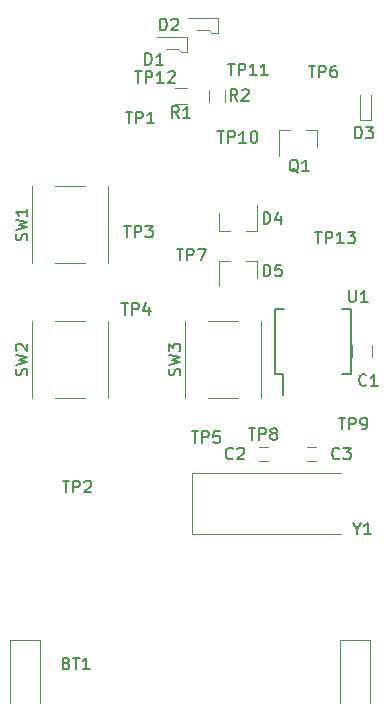
<source format=gbr>
%TF.GenerationSoftware,KiCad,Pcbnew,8.0.7+dfsg-2*%
%TF.CreationDate,2024-12-30T00:21:24+01:00*%
%TF.ProjectId,strobe-torch,7374726f-6265-42d7-946f-7263682e6b69,1.1*%
%TF.SameCoordinates,Original*%
%TF.FileFunction,Legend,Top*%
%TF.FilePolarity,Positive*%
%FSLAX46Y46*%
G04 Gerber Fmt 4.6, Leading zero omitted, Abs format (unit mm)*
G04 Created by KiCad (PCBNEW 8.0.7+dfsg-2) date 2024-12-30 00:21:24*
%MOMM*%
%LPD*%
G01*
G04 APERTURE LIST*
%ADD10C,0.150000*%
%ADD11C,0.120000*%
G04 APERTURE END LIST*
D10*
X146090200Y-98361332D02*
X146137819Y-98218475D01*
X146137819Y-98218475D02*
X146137819Y-97980380D01*
X146137819Y-97980380D02*
X146090200Y-97885142D01*
X146090200Y-97885142D02*
X146042580Y-97837523D01*
X146042580Y-97837523D02*
X145947342Y-97789904D01*
X145947342Y-97789904D02*
X145852104Y-97789904D01*
X145852104Y-97789904D02*
X145756866Y-97837523D01*
X145756866Y-97837523D02*
X145709247Y-97885142D01*
X145709247Y-97885142D02*
X145661628Y-97980380D01*
X145661628Y-97980380D02*
X145614009Y-98170856D01*
X145614009Y-98170856D02*
X145566390Y-98266094D01*
X145566390Y-98266094D02*
X145518771Y-98313713D01*
X145518771Y-98313713D02*
X145423533Y-98361332D01*
X145423533Y-98361332D02*
X145328295Y-98361332D01*
X145328295Y-98361332D02*
X145233057Y-98313713D01*
X145233057Y-98313713D02*
X145185438Y-98266094D01*
X145185438Y-98266094D02*
X145137819Y-98170856D01*
X145137819Y-98170856D02*
X145137819Y-97932761D01*
X145137819Y-97932761D02*
X145185438Y-97789904D01*
X145137819Y-97456570D02*
X146137819Y-97218475D01*
X146137819Y-97218475D02*
X145423533Y-97027999D01*
X145423533Y-97027999D02*
X146137819Y-96837523D01*
X146137819Y-96837523D02*
X145137819Y-96599428D01*
X145137819Y-96313713D02*
X145137819Y-95694666D01*
X145137819Y-95694666D02*
X145518771Y-96027999D01*
X145518771Y-96027999D02*
X145518771Y-95885142D01*
X145518771Y-95885142D02*
X145566390Y-95789904D01*
X145566390Y-95789904D02*
X145614009Y-95742285D01*
X145614009Y-95742285D02*
X145709247Y-95694666D01*
X145709247Y-95694666D02*
X145947342Y-95694666D01*
X145947342Y-95694666D02*
X146042580Y-95742285D01*
X146042580Y-95742285D02*
X146090200Y-95789904D01*
X146090200Y-95789904D02*
X146137819Y-95885142D01*
X146137819Y-95885142D02*
X146137819Y-96170856D01*
X146137819Y-96170856D02*
X146090200Y-96266094D01*
X146090200Y-96266094D02*
X146042580Y-96313713D01*
X133136200Y-98361332D02*
X133183819Y-98218475D01*
X133183819Y-98218475D02*
X133183819Y-97980380D01*
X133183819Y-97980380D02*
X133136200Y-97885142D01*
X133136200Y-97885142D02*
X133088580Y-97837523D01*
X133088580Y-97837523D02*
X132993342Y-97789904D01*
X132993342Y-97789904D02*
X132898104Y-97789904D01*
X132898104Y-97789904D02*
X132802866Y-97837523D01*
X132802866Y-97837523D02*
X132755247Y-97885142D01*
X132755247Y-97885142D02*
X132707628Y-97980380D01*
X132707628Y-97980380D02*
X132660009Y-98170856D01*
X132660009Y-98170856D02*
X132612390Y-98266094D01*
X132612390Y-98266094D02*
X132564771Y-98313713D01*
X132564771Y-98313713D02*
X132469533Y-98361332D01*
X132469533Y-98361332D02*
X132374295Y-98361332D01*
X132374295Y-98361332D02*
X132279057Y-98313713D01*
X132279057Y-98313713D02*
X132231438Y-98266094D01*
X132231438Y-98266094D02*
X132183819Y-98170856D01*
X132183819Y-98170856D02*
X132183819Y-97932761D01*
X132183819Y-97932761D02*
X132231438Y-97789904D01*
X132183819Y-97456570D02*
X133183819Y-97218475D01*
X133183819Y-97218475D02*
X132469533Y-97027999D01*
X132469533Y-97027999D02*
X133183819Y-96837523D01*
X133183819Y-96837523D02*
X132183819Y-96599428D01*
X132279057Y-96266094D02*
X132231438Y-96218475D01*
X132231438Y-96218475D02*
X132183819Y-96123237D01*
X132183819Y-96123237D02*
X132183819Y-95885142D01*
X132183819Y-95885142D02*
X132231438Y-95789904D01*
X132231438Y-95789904D02*
X132279057Y-95742285D01*
X132279057Y-95742285D02*
X132374295Y-95694666D01*
X132374295Y-95694666D02*
X132469533Y-95694666D01*
X132469533Y-95694666D02*
X132612390Y-95742285D01*
X132612390Y-95742285D02*
X133183819Y-96313713D01*
X133183819Y-96313713D02*
X133183819Y-95694666D01*
X133136200Y-86931332D02*
X133183819Y-86788475D01*
X133183819Y-86788475D02*
X133183819Y-86550380D01*
X133183819Y-86550380D02*
X133136200Y-86455142D01*
X133136200Y-86455142D02*
X133088580Y-86407523D01*
X133088580Y-86407523D02*
X132993342Y-86359904D01*
X132993342Y-86359904D02*
X132898104Y-86359904D01*
X132898104Y-86359904D02*
X132802866Y-86407523D01*
X132802866Y-86407523D02*
X132755247Y-86455142D01*
X132755247Y-86455142D02*
X132707628Y-86550380D01*
X132707628Y-86550380D02*
X132660009Y-86740856D01*
X132660009Y-86740856D02*
X132612390Y-86836094D01*
X132612390Y-86836094D02*
X132564771Y-86883713D01*
X132564771Y-86883713D02*
X132469533Y-86931332D01*
X132469533Y-86931332D02*
X132374295Y-86931332D01*
X132374295Y-86931332D02*
X132279057Y-86883713D01*
X132279057Y-86883713D02*
X132231438Y-86836094D01*
X132231438Y-86836094D02*
X132183819Y-86740856D01*
X132183819Y-86740856D02*
X132183819Y-86502761D01*
X132183819Y-86502761D02*
X132231438Y-86359904D01*
X132183819Y-86026570D02*
X133183819Y-85788475D01*
X133183819Y-85788475D02*
X132469533Y-85597999D01*
X132469533Y-85597999D02*
X133183819Y-85407523D01*
X133183819Y-85407523D02*
X132183819Y-85169428D01*
X133183819Y-84264666D02*
X133183819Y-84836094D01*
X133183819Y-84550380D02*
X132183819Y-84550380D01*
X132183819Y-84550380D02*
X132326676Y-84645618D01*
X132326676Y-84645618D02*
X132421914Y-84740856D01*
X132421914Y-84740856D02*
X132469533Y-84836094D01*
X144422905Y-69161819D02*
X144422905Y-68161819D01*
X144422905Y-68161819D02*
X144661000Y-68161819D01*
X144661000Y-68161819D02*
X144803857Y-68209438D01*
X144803857Y-68209438D02*
X144899095Y-68304676D01*
X144899095Y-68304676D02*
X144946714Y-68399914D01*
X144946714Y-68399914D02*
X144994333Y-68590390D01*
X144994333Y-68590390D02*
X144994333Y-68733247D01*
X144994333Y-68733247D02*
X144946714Y-68923723D01*
X144946714Y-68923723D02*
X144899095Y-69018961D01*
X144899095Y-69018961D02*
X144803857Y-69114200D01*
X144803857Y-69114200D02*
X144661000Y-69161819D01*
X144661000Y-69161819D02*
X144422905Y-69161819D01*
X145375286Y-68257057D02*
X145422905Y-68209438D01*
X145422905Y-68209438D02*
X145518143Y-68161819D01*
X145518143Y-68161819D02*
X145756238Y-68161819D01*
X145756238Y-68161819D02*
X145851476Y-68209438D01*
X145851476Y-68209438D02*
X145899095Y-68257057D01*
X145899095Y-68257057D02*
X145946714Y-68352295D01*
X145946714Y-68352295D02*
X145946714Y-68447533D01*
X145946714Y-68447533D02*
X145899095Y-68590390D01*
X145899095Y-68590390D02*
X145327667Y-69161819D01*
X145327667Y-69161819D02*
X145946714Y-69161819D01*
X143152905Y-72082819D02*
X143152905Y-71082819D01*
X143152905Y-71082819D02*
X143391000Y-71082819D01*
X143391000Y-71082819D02*
X143533857Y-71130438D01*
X143533857Y-71130438D02*
X143629095Y-71225676D01*
X143629095Y-71225676D02*
X143676714Y-71320914D01*
X143676714Y-71320914D02*
X143724333Y-71511390D01*
X143724333Y-71511390D02*
X143724333Y-71654247D01*
X143724333Y-71654247D02*
X143676714Y-71844723D01*
X143676714Y-71844723D02*
X143629095Y-71939961D01*
X143629095Y-71939961D02*
X143533857Y-72035200D01*
X143533857Y-72035200D02*
X143391000Y-72082819D01*
X143391000Y-72082819D02*
X143152905Y-72082819D01*
X144676714Y-72082819D02*
X144105286Y-72082819D01*
X144391000Y-72082819D02*
X144391000Y-71082819D01*
X144391000Y-71082819D02*
X144295762Y-71225676D01*
X144295762Y-71225676D02*
X144200524Y-71320914D01*
X144200524Y-71320914D02*
X144105286Y-71368533D01*
X136501285Y-122740009D02*
X136644142Y-122787628D01*
X136644142Y-122787628D02*
X136691761Y-122835247D01*
X136691761Y-122835247D02*
X136739380Y-122930485D01*
X136739380Y-122930485D02*
X136739380Y-123073342D01*
X136739380Y-123073342D02*
X136691761Y-123168580D01*
X136691761Y-123168580D02*
X136644142Y-123216200D01*
X136644142Y-123216200D02*
X136548904Y-123263819D01*
X136548904Y-123263819D02*
X136167952Y-123263819D01*
X136167952Y-123263819D02*
X136167952Y-122263819D01*
X136167952Y-122263819D02*
X136501285Y-122263819D01*
X136501285Y-122263819D02*
X136596523Y-122311438D01*
X136596523Y-122311438D02*
X136644142Y-122359057D01*
X136644142Y-122359057D02*
X136691761Y-122454295D01*
X136691761Y-122454295D02*
X136691761Y-122549533D01*
X136691761Y-122549533D02*
X136644142Y-122644771D01*
X136644142Y-122644771D02*
X136596523Y-122692390D01*
X136596523Y-122692390D02*
X136501285Y-122740009D01*
X136501285Y-122740009D02*
X136167952Y-122740009D01*
X137025095Y-122263819D02*
X137596523Y-122263819D01*
X137310809Y-123263819D02*
X137310809Y-122263819D01*
X138453666Y-123263819D02*
X137882238Y-123263819D01*
X138167952Y-123263819D02*
X138167952Y-122263819D01*
X138167952Y-122263819D02*
X138072714Y-122406676D01*
X138072714Y-122406676D02*
X137977476Y-122501914D01*
X137977476Y-122501914D02*
X137882238Y-122549533D01*
X160401095Y-91148819D02*
X160401095Y-91958342D01*
X160401095Y-91958342D02*
X160448714Y-92053580D01*
X160448714Y-92053580D02*
X160496333Y-92101200D01*
X160496333Y-92101200D02*
X160591571Y-92148819D01*
X160591571Y-92148819D02*
X160782047Y-92148819D01*
X160782047Y-92148819D02*
X160877285Y-92101200D01*
X160877285Y-92101200D02*
X160924904Y-92053580D01*
X160924904Y-92053580D02*
X160972523Y-91958342D01*
X160972523Y-91958342D02*
X160972523Y-91148819D01*
X161972523Y-92148819D02*
X161401095Y-92148819D01*
X161686809Y-92148819D02*
X161686809Y-91148819D01*
X161686809Y-91148819D02*
X161591571Y-91291676D01*
X161591571Y-91291676D02*
X161496333Y-91386914D01*
X161496333Y-91386914D02*
X161401095Y-91434533D01*
X157519905Y-86195819D02*
X158091333Y-86195819D01*
X157805619Y-87195819D02*
X157805619Y-86195819D01*
X158424667Y-87195819D02*
X158424667Y-86195819D01*
X158424667Y-86195819D02*
X158805619Y-86195819D01*
X158805619Y-86195819D02*
X158900857Y-86243438D01*
X158900857Y-86243438D02*
X158948476Y-86291057D01*
X158948476Y-86291057D02*
X158996095Y-86386295D01*
X158996095Y-86386295D02*
X158996095Y-86529152D01*
X158996095Y-86529152D02*
X158948476Y-86624390D01*
X158948476Y-86624390D02*
X158900857Y-86672009D01*
X158900857Y-86672009D02*
X158805619Y-86719628D01*
X158805619Y-86719628D02*
X158424667Y-86719628D01*
X159948476Y-87195819D02*
X159377048Y-87195819D01*
X159662762Y-87195819D02*
X159662762Y-86195819D01*
X159662762Y-86195819D02*
X159567524Y-86338676D01*
X159567524Y-86338676D02*
X159472286Y-86433914D01*
X159472286Y-86433914D02*
X159377048Y-86481533D01*
X160281810Y-86195819D02*
X160900857Y-86195819D01*
X160900857Y-86195819D02*
X160567524Y-86576771D01*
X160567524Y-86576771D02*
X160710381Y-86576771D01*
X160710381Y-86576771D02*
X160805619Y-86624390D01*
X160805619Y-86624390D02*
X160853238Y-86672009D01*
X160853238Y-86672009D02*
X160900857Y-86767247D01*
X160900857Y-86767247D02*
X160900857Y-87005342D01*
X160900857Y-87005342D02*
X160853238Y-87100580D01*
X160853238Y-87100580D02*
X160805619Y-87148200D01*
X160805619Y-87148200D02*
X160710381Y-87195819D01*
X160710381Y-87195819D02*
X160424667Y-87195819D01*
X160424667Y-87195819D02*
X160329429Y-87148200D01*
X160329429Y-87148200D02*
X160281810Y-87100580D01*
X153185905Y-89989819D02*
X153185905Y-88989819D01*
X153185905Y-88989819D02*
X153424000Y-88989819D01*
X153424000Y-88989819D02*
X153566857Y-89037438D01*
X153566857Y-89037438D02*
X153662095Y-89132676D01*
X153662095Y-89132676D02*
X153709714Y-89227914D01*
X153709714Y-89227914D02*
X153757333Y-89418390D01*
X153757333Y-89418390D02*
X153757333Y-89561247D01*
X153757333Y-89561247D02*
X153709714Y-89751723D01*
X153709714Y-89751723D02*
X153662095Y-89846961D01*
X153662095Y-89846961D02*
X153566857Y-89942200D01*
X153566857Y-89942200D02*
X153424000Y-89989819D01*
X153424000Y-89989819D02*
X153185905Y-89989819D01*
X154662095Y-88989819D02*
X154185905Y-88989819D01*
X154185905Y-88989819D02*
X154138286Y-89466009D01*
X154138286Y-89466009D02*
X154185905Y-89418390D01*
X154185905Y-89418390D02*
X154281143Y-89370771D01*
X154281143Y-89370771D02*
X154519238Y-89370771D01*
X154519238Y-89370771D02*
X154614476Y-89418390D01*
X154614476Y-89418390D02*
X154662095Y-89466009D01*
X154662095Y-89466009D02*
X154709714Y-89561247D01*
X154709714Y-89561247D02*
X154709714Y-89799342D01*
X154709714Y-89799342D02*
X154662095Y-89894580D01*
X154662095Y-89894580D02*
X154614476Y-89942200D01*
X154614476Y-89942200D02*
X154519238Y-89989819D01*
X154519238Y-89989819D02*
X154281143Y-89989819D01*
X154281143Y-89989819D02*
X154185905Y-89942200D01*
X154185905Y-89942200D02*
X154138286Y-89894580D01*
X153185905Y-85544819D02*
X153185905Y-84544819D01*
X153185905Y-84544819D02*
X153424000Y-84544819D01*
X153424000Y-84544819D02*
X153566857Y-84592438D01*
X153566857Y-84592438D02*
X153662095Y-84687676D01*
X153662095Y-84687676D02*
X153709714Y-84782914D01*
X153709714Y-84782914D02*
X153757333Y-84973390D01*
X153757333Y-84973390D02*
X153757333Y-85116247D01*
X153757333Y-85116247D02*
X153709714Y-85306723D01*
X153709714Y-85306723D02*
X153662095Y-85401961D01*
X153662095Y-85401961D02*
X153566857Y-85497200D01*
X153566857Y-85497200D02*
X153424000Y-85544819D01*
X153424000Y-85544819D02*
X153185905Y-85544819D01*
X154614476Y-84878152D02*
X154614476Y-85544819D01*
X154376381Y-84497200D02*
X154138286Y-85211485D01*
X154138286Y-85211485D02*
X154757333Y-85211485D01*
X161067809Y-111357628D02*
X161067809Y-111833819D01*
X160734476Y-110833819D02*
X161067809Y-111357628D01*
X161067809Y-111357628D02*
X161401142Y-110833819D01*
X162258285Y-111833819D02*
X161686857Y-111833819D01*
X161972571Y-111833819D02*
X161972571Y-110833819D01*
X161972571Y-110833819D02*
X161877333Y-110976676D01*
X161877333Y-110976676D02*
X161782095Y-111071914D01*
X161782095Y-111071914D02*
X161686857Y-111119533D01*
X159599333Y-105388580D02*
X159551714Y-105436200D01*
X159551714Y-105436200D02*
X159408857Y-105483819D01*
X159408857Y-105483819D02*
X159313619Y-105483819D01*
X159313619Y-105483819D02*
X159170762Y-105436200D01*
X159170762Y-105436200D02*
X159075524Y-105340961D01*
X159075524Y-105340961D02*
X159027905Y-105245723D01*
X159027905Y-105245723D02*
X158980286Y-105055247D01*
X158980286Y-105055247D02*
X158980286Y-104912390D01*
X158980286Y-104912390D02*
X159027905Y-104721914D01*
X159027905Y-104721914D02*
X159075524Y-104626676D01*
X159075524Y-104626676D02*
X159170762Y-104531438D01*
X159170762Y-104531438D02*
X159313619Y-104483819D01*
X159313619Y-104483819D02*
X159408857Y-104483819D01*
X159408857Y-104483819D02*
X159551714Y-104531438D01*
X159551714Y-104531438D02*
X159599333Y-104579057D01*
X159932667Y-104483819D02*
X160551714Y-104483819D01*
X160551714Y-104483819D02*
X160218381Y-104864771D01*
X160218381Y-104864771D02*
X160361238Y-104864771D01*
X160361238Y-104864771D02*
X160456476Y-104912390D01*
X160456476Y-104912390D02*
X160504095Y-104960009D01*
X160504095Y-104960009D02*
X160551714Y-105055247D01*
X160551714Y-105055247D02*
X160551714Y-105293342D01*
X160551714Y-105293342D02*
X160504095Y-105388580D01*
X160504095Y-105388580D02*
X160456476Y-105436200D01*
X160456476Y-105436200D02*
X160361238Y-105483819D01*
X160361238Y-105483819D02*
X160075524Y-105483819D01*
X160075524Y-105483819D02*
X159980286Y-105436200D01*
X159980286Y-105436200D02*
X159932667Y-105388580D01*
X160932905Y-78305819D02*
X160932905Y-77305819D01*
X160932905Y-77305819D02*
X161171000Y-77305819D01*
X161171000Y-77305819D02*
X161313857Y-77353438D01*
X161313857Y-77353438D02*
X161409095Y-77448676D01*
X161409095Y-77448676D02*
X161456714Y-77543914D01*
X161456714Y-77543914D02*
X161504333Y-77734390D01*
X161504333Y-77734390D02*
X161504333Y-77877247D01*
X161504333Y-77877247D02*
X161456714Y-78067723D01*
X161456714Y-78067723D02*
X161409095Y-78162961D01*
X161409095Y-78162961D02*
X161313857Y-78258200D01*
X161313857Y-78258200D02*
X161171000Y-78305819D01*
X161171000Y-78305819D02*
X160932905Y-78305819D01*
X161837667Y-77305819D02*
X162456714Y-77305819D01*
X162456714Y-77305819D02*
X162123381Y-77686771D01*
X162123381Y-77686771D02*
X162266238Y-77686771D01*
X162266238Y-77686771D02*
X162361476Y-77734390D01*
X162361476Y-77734390D02*
X162409095Y-77782009D01*
X162409095Y-77782009D02*
X162456714Y-77877247D01*
X162456714Y-77877247D02*
X162456714Y-78115342D01*
X162456714Y-78115342D02*
X162409095Y-78210580D01*
X162409095Y-78210580D02*
X162361476Y-78258200D01*
X162361476Y-78258200D02*
X162266238Y-78305819D01*
X162266238Y-78305819D02*
X161980524Y-78305819D01*
X161980524Y-78305819D02*
X161885286Y-78258200D01*
X161885286Y-78258200D02*
X161837667Y-78210580D01*
X146010333Y-76580819D02*
X145677000Y-76104628D01*
X145438905Y-76580819D02*
X145438905Y-75580819D01*
X145438905Y-75580819D02*
X145819857Y-75580819D01*
X145819857Y-75580819D02*
X145915095Y-75628438D01*
X145915095Y-75628438D02*
X145962714Y-75676057D01*
X145962714Y-75676057D02*
X146010333Y-75771295D01*
X146010333Y-75771295D02*
X146010333Y-75914152D01*
X146010333Y-75914152D02*
X145962714Y-76009390D01*
X145962714Y-76009390D02*
X145915095Y-76057009D01*
X145915095Y-76057009D02*
X145819857Y-76104628D01*
X145819857Y-76104628D02*
X145438905Y-76104628D01*
X146962714Y-76580819D02*
X146391286Y-76580819D01*
X146677000Y-76580819D02*
X146677000Y-75580819D01*
X146677000Y-75580819D02*
X146581762Y-75723676D01*
X146581762Y-75723676D02*
X146486524Y-75818914D01*
X146486524Y-75818914D02*
X146391286Y-75866533D01*
X150963333Y-75130819D02*
X150630000Y-74654628D01*
X150391905Y-75130819D02*
X150391905Y-74130819D01*
X150391905Y-74130819D02*
X150772857Y-74130819D01*
X150772857Y-74130819D02*
X150868095Y-74178438D01*
X150868095Y-74178438D02*
X150915714Y-74226057D01*
X150915714Y-74226057D02*
X150963333Y-74321295D01*
X150963333Y-74321295D02*
X150963333Y-74464152D01*
X150963333Y-74464152D02*
X150915714Y-74559390D01*
X150915714Y-74559390D02*
X150868095Y-74607009D01*
X150868095Y-74607009D02*
X150772857Y-74654628D01*
X150772857Y-74654628D02*
X150391905Y-74654628D01*
X151344286Y-74226057D02*
X151391905Y-74178438D01*
X151391905Y-74178438D02*
X151487143Y-74130819D01*
X151487143Y-74130819D02*
X151725238Y-74130819D01*
X151725238Y-74130819D02*
X151820476Y-74178438D01*
X151820476Y-74178438D02*
X151868095Y-74226057D01*
X151868095Y-74226057D02*
X151915714Y-74321295D01*
X151915714Y-74321295D02*
X151915714Y-74416533D01*
X151915714Y-74416533D02*
X151868095Y-74559390D01*
X151868095Y-74559390D02*
X151296667Y-75130819D01*
X151296667Y-75130819D02*
X151915714Y-75130819D01*
X141486095Y-76035819D02*
X142057523Y-76035819D01*
X141771809Y-77035819D02*
X141771809Y-76035819D01*
X142390857Y-77035819D02*
X142390857Y-76035819D01*
X142390857Y-76035819D02*
X142771809Y-76035819D01*
X142771809Y-76035819D02*
X142867047Y-76083438D01*
X142867047Y-76083438D02*
X142914666Y-76131057D01*
X142914666Y-76131057D02*
X142962285Y-76226295D01*
X142962285Y-76226295D02*
X142962285Y-76369152D01*
X142962285Y-76369152D02*
X142914666Y-76464390D01*
X142914666Y-76464390D02*
X142867047Y-76512009D01*
X142867047Y-76512009D02*
X142771809Y-76559628D01*
X142771809Y-76559628D02*
X142390857Y-76559628D01*
X143914666Y-77035819D02*
X143343238Y-77035819D01*
X143628952Y-77035819D02*
X143628952Y-76035819D01*
X143628952Y-76035819D02*
X143533714Y-76178676D01*
X143533714Y-76178676D02*
X143438476Y-76273914D01*
X143438476Y-76273914D02*
X143343238Y-76321533D01*
X141359095Y-85687819D02*
X141930523Y-85687819D01*
X141644809Y-86687819D02*
X141644809Y-85687819D01*
X142263857Y-86687819D02*
X142263857Y-85687819D01*
X142263857Y-85687819D02*
X142644809Y-85687819D01*
X142644809Y-85687819D02*
X142740047Y-85735438D01*
X142740047Y-85735438D02*
X142787666Y-85783057D01*
X142787666Y-85783057D02*
X142835285Y-85878295D01*
X142835285Y-85878295D02*
X142835285Y-86021152D01*
X142835285Y-86021152D02*
X142787666Y-86116390D01*
X142787666Y-86116390D02*
X142740047Y-86164009D01*
X142740047Y-86164009D02*
X142644809Y-86211628D01*
X142644809Y-86211628D02*
X142263857Y-86211628D01*
X143168619Y-85687819D02*
X143787666Y-85687819D01*
X143787666Y-85687819D02*
X143454333Y-86068771D01*
X143454333Y-86068771D02*
X143597190Y-86068771D01*
X143597190Y-86068771D02*
X143692428Y-86116390D01*
X143692428Y-86116390D02*
X143740047Y-86164009D01*
X143740047Y-86164009D02*
X143787666Y-86259247D01*
X143787666Y-86259247D02*
X143787666Y-86497342D01*
X143787666Y-86497342D02*
X143740047Y-86592580D01*
X143740047Y-86592580D02*
X143692428Y-86640200D01*
X143692428Y-86640200D02*
X143597190Y-86687819D01*
X143597190Y-86687819D02*
X143311476Y-86687819D01*
X143311476Y-86687819D02*
X143216238Y-86640200D01*
X143216238Y-86640200D02*
X143168619Y-86592580D01*
X141138095Y-92232819D02*
X141709523Y-92232819D01*
X141423809Y-93232819D02*
X141423809Y-92232819D01*
X142042857Y-93232819D02*
X142042857Y-92232819D01*
X142042857Y-92232819D02*
X142423809Y-92232819D01*
X142423809Y-92232819D02*
X142519047Y-92280438D01*
X142519047Y-92280438D02*
X142566666Y-92328057D01*
X142566666Y-92328057D02*
X142614285Y-92423295D01*
X142614285Y-92423295D02*
X142614285Y-92566152D01*
X142614285Y-92566152D02*
X142566666Y-92661390D01*
X142566666Y-92661390D02*
X142519047Y-92709009D01*
X142519047Y-92709009D02*
X142423809Y-92756628D01*
X142423809Y-92756628D02*
X142042857Y-92756628D01*
X143471428Y-92566152D02*
X143471428Y-93232819D01*
X143233333Y-92185200D02*
X142995238Y-92899485D01*
X142995238Y-92899485D02*
X143614285Y-92899485D01*
X147074095Y-103086819D02*
X147645523Y-103086819D01*
X147359809Y-104086819D02*
X147359809Y-103086819D01*
X147978857Y-104086819D02*
X147978857Y-103086819D01*
X147978857Y-103086819D02*
X148359809Y-103086819D01*
X148359809Y-103086819D02*
X148455047Y-103134438D01*
X148455047Y-103134438D02*
X148502666Y-103182057D01*
X148502666Y-103182057D02*
X148550285Y-103277295D01*
X148550285Y-103277295D02*
X148550285Y-103420152D01*
X148550285Y-103420152D02*
X148502666Y-103515390D01*
X148502666Y-103515390D02*
X148455047Y-103563009D01*
X148455047Y-103563009D02*
X148359809Y-103610628D01*
X148359809Y-103610628D02*
X147978857Y-103610628D01*
X149455047Y-103086819D02*
X148978857Y-103086819D01*
X148978857Y-103086819D02*
X148931238Y-103563009D01*
X148931238Y-103563009D02*
X148978857Y-103515390D01*
X148978857Y-103515390D02*
X149074095Y-103467771D01*
X149074095Y-103467771D02*
X149312190Y-103467771D01*
X149312190Y-103467771D02*
X149407428Y-103515390D01*
X149407428Y-103515390D02*
X149455047Y-103563009D01*
X149455047Y-103563009D02*
X149502666Y-103658247D01*
X149502666Y-103658247D02*
X149502666Y-103896342D01*
X149502666Y-103896342D02*
X149455047Y-103991580D01*
X149455047Y-103991580D02*
X149407428Y-104039200D01*
X149407428Y-104039200D02*
X149312190Y-104086819D01*
X149312190Y-104086819D02*
X149074095Y-104086819D01*
X149074095Y-104086819D02*
X148978857Y-104039200D01*
X148978857Y-104039200D02*
X148931238Y-103991580D01*
X156980095Y-72130819D02*
X157551523Y-72130819D01*
X157265809Y-73130819D02*
X157265809Y-72130819D01*
X157884857Y-73130819D02*
X157884857Y-72130819D01*
X157884857Y-72130819D02*
X158265809Y-72130819D01*
X158265809Y-72130819D02*
X158361047Y-72178438D01*
X158361047Y-72178438D02*
X158408666Y-72226057D01*
X158408666Y-72226057D02*
X158456285Y-72321295D01*
X158456285Y-72321295D02*
X158456285Y-72464152D01*
X158456285Y-72464152D02*
X158408666Y-72559390D01*
X158408666Y-72559390D02*
X158361047Y-72607009D01*
X158361047Y-72607009D02*
X158265809Y-72654628D01*
X158265809Y-72654628D02*
X157884857Y-72654628D01*
X159313428Y-72130819D02*
X159122952Y-72130819D01*
X159122952Y-72130819D02*
X159027714Y-72178438D01*
X159027714Y-72178438D02*
X158980095Y-72226057D01*
X158980095Y-72226057D02*
X158884857Y-72368914D01*
X158884857Y-72368914D02*
X158837238Y-72559390D01*
X158837238Y-72559390D02*
X158837238Y-72940342D01*
X158837238Y-72940342D02*
X158884857Y-73035580D01*
X158884857Y-73035580D02*
X158932476Y-73083200D01*
X158932476Y-73083200D02*
X159027714Y-73130819D01*
X159027714Y-73130819D02*
X159218190Y-73130819D01*
X159218190Y-73130819D02*
X159313428Y-73083200D01*
X159313428Y-73083200D02*
X159361047Y-73035580D01*
X159361047Y-73035580D02*
X159408666Y-72940342D01*
X159408666Y-72940342D02*
X159408666Y-72702247D01*
X159408666Y-72702247D02*
X159361047Y-72607009D01*
X159361047Y-72607009D02*
X159313428Y-72559390D01*
X159313428Y-72559390D02*
X159218190Y-72511771D01*
X159218190Y-72511771D02*
X159027714Y-72511771D01*
X159027714Y-72511771D02*
X158932476Y-72559390D01*
X158932476Y-72559390D02*
X158884857Y-72607009D01*
X158884857Y-72607009D02*
X158837238Y-72702247D01*
X145804095Y-87624819D02*
X146375523Y-87624819D01*
X146089809Y-88624819D02*
X146089809Y-87624819D01*
X146708857Y-88624819D02*
X146708857Y-87624819D01*
X146708857Y-87624819D02*
X147089809Y-87624819D01*
X147089809Y-87624819D02*
X147185047Y-87672438D01*
X147185047Y-87672438D02*
X147232666Y-87720057D01*
X147232666Y-87720057D02*
X147280285Y-87815295D01*
X147280285Y-87815295D02*
X147280285Y-87958152D01*
X147280285Y-87958152D02*
X147232666Y-88053390D01*
X147232666Y-88053390D02*
X147185047Y-88101009D01*
X147185047Y-88101009D02*
X147089809Y-88148628D01*
X147089809Y-88148628D02*
X146708857Y-88148628D01*
X147613619Y-87624819D02*
X148280285Y-87624819D01*
X148280285Y-87624819D02*
X147851714Y-88624819D01*
X151900095Y-102832819D02*
X152471523Y-102832819D01*
X152185809Y-103832819D02*
X152185809Y-102832819D01*
X152804857Y-103832819D02*
X152804857Y-102832819D01*
X152804857Y-102832819D02*
X153185809Y-102832819D01*
X153185809Y-102832819D02*
X153281047Y-102880438D01*
X153281047Y-102880438D02*
X153328666Y-102928057D01*
X153328666Y-102928057D02*
X153376285Y-103023295D01*
X153376285Y-103023295D02*
X153376285Y-103166152D01*
X153376285Y-103166152D02*
X153328666Y-103261390D01*
X153328666Y-103261390D02*
X153281047Y-103309009D01*
X153281047Y-103309009D02*
X153185809Y-103356628D01*
X153185809Y-103356628D02*
X152804857Y-103356628D01*
X153947714Y-103261390D02*
X153852476Y-103213771D01*
X153852476Y-103213771D02*
X153804857Y-103166152D01*
X153804857Y-103166152D02*
X153757238Y-103070914D01*
X153757238Y-103070914D02*
X153757238Y-103023295D01*
X153757238Y-103023295D02*
X153804857Y-102928057D01*
X153804857Y-102928057D02*
X153852476Y-102880438D01*
X153852476Y-102880438D02*
X153947714Y-102832819D01*
X153947714Y-102832819D02*
X154138190Y-102832819D01*
X154138190Y-102832819D02*
X154233428Y-102880438D01*
X154233428Y-102880438D02*
X154281047Y-102928057D01*
X154281047Y-102928057D02*
X154328666Y-103023295D01*
X154328666Y-103023295D02*
X154328666Y-103070914D01*
X154328666Y-103070914D02*
X154281047Y-103166152D01*
X154281047Y-103166152D02*
X154233428Y-103213771D01*
X154233428Y-103213771D02*
X154138190Y-103261390D01*
X154138190Y-103261390D02*
X153947714Y-103261390D01*
X153947714Y-103261390D02*
X153852476Y-103309009D01*
X153852476Y-103309009D02*
X153804857Y-103356628D01*
X153804857Y-103356628D02*
X153757238Y-103451866D01*
X153757238Y-103451866D02*
X153757238Y-103642342D01*
X153757238Y-103642342D02*
X153804857Y-103737580D01*
X153804857Y-103737580D02*
X153852476Y-103785200D01*
X153852476Y-103785200D02*
X153947714Y-103832819D01*
X153947714Y-103832819D02*
X154138190Y-103832819D01*
X154138190Y-103832819D02*
X154233428Y-103785200D01*
X154233428Y-103785200D02*
X154281047Y-103737580D01*
X154281047Y-103737580D02*
X154328666Y-103642342D01*
X154328666Y-103642342D02*
X154328666Y-103451866D01*
X154328666Y-103451866D02*
X154281047Y-103356628D01*
X154281047Y-103356628D02*
X154233428Y-103309009D01*
X154233428Y-103309009D02*
X154138190Y-103261390D01*
X159520095Y-101943819D02*
X160091523Y-101943819D01*
X159805809Y-102943819D02*
X159805809Y-101943819D01*
X160424857Y-102943819D02*
X160424857Y-101943819D01*
X160424857Y-101943819D02*
X160805809Y-101943819D01*
X160805809Y-101943819D02*
X160901047Y-101991438D01*
X160901047Y-101991438D02*
X160948666Y-102039057D01*
X160948666Y-102039057D02*
X160996285Y-102134295D01*
X160996285Y-102134295D02*
X160996285Y-102277152D01*
X160996285Y-102277152D02*
X160948666Y-102372390D01*
X160948666Y-102372390D02*
X160901047Y-102420009D01*
X160901047Y-102420009D02*
X160805809Y-102467628D01*
X160805809Y-102467628D02*
X160424857Y-102467628D01*
X161472476Y-102943819D02*
X161662952Y-102943819D01*
X161662952Y-102943819D02*
X161758190Y-102896200D01*
X161758190Y-102896200D02*
X161805809Y-102848580D01*
X161805809Y-102848580D02*
X161901047Y-102705723D01*
X161901047Y-102705723D02*
X161948666Y-102515247D01*
X161948666Y-102515247D02*
X161948666Y-102134295D01*
X161948666Y-102134295D02*
X161901047Y-102039057D01*
X161901047Y-102039057D02*
X161853428Y-101991438D01*
X161853428Y-101991438D02*
X161758190Y-101943819D01*
X161758190Y-101943819D02*
X161567714Y-101943819D01*
X161567714Y-101943819D02*
X161472476Y-101991438D01*
X161472476Y-101991438D02*
X161424857Y-102039057D01*
X161424857Y-102039057D02*
X161377238Y-102134295D01*
X161377238Y-102134295D02*
X161377238Y-102372390D01*
X161377238Y-102372390D02*
X161424857Y-102467628D01*
X161424857Y-102467628D02*
X161472476Y-102515247D01*
X161472476Y-102515247D02*
X161567714Y-102562866D01*
X161567714Y-102562866D02*
X161758190Y-102562866D01*
X161758190Y-102562866D02*
X161853428Y-102515247D01*
X161853428Y-102515247D02*
X161901047Y-102467628D01*
X161901047Y-102467628D02*
X161948666Y-102372390D01*
X149264905Y-77686819D02*
X149836333Y-77686819D01*
X149550619Y-78686819D02*
X149550619Y-77686819D01*
X150169667Y-78686819D02*
X150169667Y-77686819D01*
X150169667Y-77686819D02*
X150550619Y-77686819D01*
X150550619Y-77686819D02*
X150645857Y-77734438D01*
X150645857Y-77734438D02*
X150693476Y-77782057D01*
X150693476Y-77782057D02*
X150741095Y-77877295D01*
X150741095Y-77877295D02*
X150741095Y-78020152D01*
X150741095Y-78020152D02*
X150693476Y-78115390D01*
X150693476Y-78115390D02*
X150645857Y-78163009D01*
X150645857Y-78163009D02*
X150550619Y-78210628D01*
X150550619Y-78210628D02*
X150169667Y-78210628D01*
X151693476Y-78686819D02*
X151122048Y-78686819D01*
X151407762Y-78686819D02*
X151407762Y-77686819D01*
X151407762Y-77686819D02*
X151312524Y-77829676D01*
X151312524Y-77829676D02*
X151217286Y-77924914D01*
X151217286Y-77924914D02*
X151122048Y-77972533D01*
X152312524Y-77686819D02*
X152407762Y-77686819D01*
X152407762Y-77686819D02*
X152503000Y-77734438D01*
X152503000Y-77734438D02*
X152550619Y-77782057D01*
X152550619Y-77782057D02*
X152598238Y-77877295D01*
X152598238Y-77877295D02*
X152645857Y-78067771D01*
X152645857Y-78067771D02*
X152645857Y-78305866D01*
X152645857Y-78305866D02*
X152598238Y-78496342D01*
X152598238Y-78496342D02*
X152550619Y-78591580D01*
X152550619Y-78591580D02*
X152503000Y-78639200D01*
X152503000Y-78639200D02*
X152407762Y-78686819D01*
X152407762Y-78686819D02*
X152312524Y-78686819D01*
X152312524Y-78686819D02*
X152217286Y-78639200D01*
X152217286Y-78639200D02*
X152169667Y-78591580D01*
X152169667Y-78591580D02*
X152122048Y-78496342D01*
X152122048Y-78496342D02*
X152074429Y-78305866D01*
X152074429Y-78305866D02*
X152074429Y-78067771D01*
X152074429Y-78067771D02*
X152122048Y-77877295D01*
X152122048Y-77877295D02*
X152169667Y-77782057D01*
X152169667Y-77782057D02*
X152217286Y-77734438D01*
X152217286Y-77734438D02*
X152312524Y-77686819D01*
X150153905Y-71971819D02*
X150725333Y-71971819D01*
X150439619Y-72971819D02*
X150439619Y-71971819D01*
X151058667Y-72971819D02*
X151058667Y-71971819D01*
X151058667Y-71971819D02*
X151439619Y-71971819D01*
X151439619Y-71971819D02*
X151534857Y-72019438D01*
X151534857Y-72019438D02*
X151582476Y-72067057D01*
X151582476Y-72067057D02*
X151630095Y-72162295D01*
X151630095Y-72162295D02*
X151630095Y-72305152D01*
X151630095Y-72305152D02*
X151582476Y-72400390D01*
X151582476Y-72400390D02*
X151534857Y-72448009D01*
X151534857Y-72448009D02*
X151439619Y-72495628D01*
X151439619Y-72495628D02*
X151058667Y-72495628D01*
X152582476Y-72971819D02*
X152011048Y-72971819D01*
X152296762Y-72971819D02*
X152296762Y-71971819D01*
X152296762Y-71971819D02*
X152201524Y-72114676D01*
X152201524Y-72114676D02*
X152106286Y-72209914D01*
X152106286Y-72209914D02*
X152011048Y-72257533D01*
X153534857Y-72971819D02*
X152963429Y-72971819D01*
X153249143Y-72971819D02*
X153249143Y-71971819D01*
X153249143Y-71971819D02*
X153153905Y-72114676D01*
X153153905Y-72114676D02*
X153058667Y-72209914D01*
X153058667Y-72209914D02*
X152963429Y-72257533D01*
X142279905Y-72606819D02*
X142851333Y-72606819D01*
X142565619Y-73606819D02*
X142565619Y-72606819D01*
X143184667Y-73606819D02*
X143184667Y-72606819D01*
X143184667Y-72606819D02*
X143565619Y-72606819D01*
X143565619Y-72606819D02*
X143660857Y-72654438D01*
X143660857Y-72654438D02*
X143708476Y-72702057D01*
X143708476Y-72702057D02*
X143756095Y-72797295D01*
X143756095Y-72797295D02*
X143756095Y-72940152D01*
X143756095Y-72940152D02*
X143708476Y-73035390D01*
X143708476Y-73035390D02*
X143660857Y-73083009D01*
X143660857Y-73083009D02*
X143565619Y-73130628D01*
X143565619Y-73130628D02*
X143184667Y-73130628D01*
X144708476Y-73606819D02*
X144137048Y-73606819D01*
X144422762Y-73606819D02*
X144422762Y-72606819D01*
X144422762Y-72606819D02*
X144327524Y-72749676D01*
X144327524Y-72749676D02*
X144232286Y-72844914D01*
X144232286Y-72844914D02*
X144137048Y-72892533D01*
X145089429Y-72702057D02*
X145137048Y-72654438D01*
X145137048Y-72654438D02*
X145232286Y-72606819D01*
X145232286Y-72606819D02*
X145470381Y-72606819D01*
X145470381Y-72606819D02*
X145565619Y-72654438D01*
X145565619Y-72654438D02*
X145613238Y-72702057D01*
X145613238Y-72702057D02*
X145660857Y-72797295D01*
X145660857Y-72797295D02*
X145660857Y-72892533D01*
X145660857Y-72892533D02*
X145613238Y-73035390D01*
X145613238Y-73035390D02*
X145041810Y-73606819D01*
X145041810Y-73606819D02*
X145660857Y-73606819D01*
X161885333Y-99165580D02*
X161837714Y-99213200D01*
X161837714Y-99213200D02*
X161694857Y-99260819D01*
X161694857Y-99260819D02*
X161599619Y-99260819D01*
X161599619Y-99260819D02*
X161456762Y-99213200D01*
X161456762Y-99213200D02*
X161361524Y-99117961D01*
X161361524Y-99117961D02*
X161313905Y-99022723D01*
X161313905Y-99022723D02*
X161266286Y-98832247D01*
X161266286Y-98832247D02*
X161266286Y-98689390D01*
X161266286Y-98689390D02*
X161313905Y-98498914D01*
X161313905Y-98498914D02*
X161361524Y-98403676D01*
X161361524Y-98403676D02*
X161456762Y-98308438D01*
X161456762Y-98308438D02*
X161599619Y-98260819D01*
X161599619Y-98260819D02*
X161694857Y-98260819D01*
X161694857Y-98260819D02*
X161837714Y-98308438D01*
X161837714Y-98308438D02*
X161885333Y-98356057D01*
X162837714Y-99260819D02*
X162266286Y-99260819D01*
X162552000Y-99260819D02*
X162552000Y-98260819D01*
X162552000Y-98260819D02*
X162456762Y-98403676D01*
X162456762Y-98403676D02*
X162361524Y-98498914D01*
X162361524Y-98498914D02*
X162266286Y-98546533D01*
X156114761Y-81195057D02*
X156019523Y-81147438D01*
X156019523Y-81147438D02*
X155924285Y-81052200D01*
X155924285Y-81052200D02*
X155781428Y-80909342D01*
X155781428Y-80909342D02*
X155686190Y-80861723D01*
X155686190Y-80861723D02*
X155590952Y-80861723D01*
X155638571Y-81099819D02*
X155543333Y-81052200D01*
X155543333Y-81052200D02*
X155448095Y-80956961D01*
X155448095Y-80956961D02*
X155400476Y-80766485D01*
X155400476Y-80766485D02*
X155400476Y-80433152D01*
X155400476Y-80433152D02*
X155448095Y-80242676D01*
X155448095Y-80242676D02*
X155543333Y-80147438D01*
X155543333Y-80147438D02*
X155638571Y-80099819D01*
X155638571Y-80099819D02*
X155829047Y-80099819D01*
X155829047Y-80099819D02*
X155924285Y-80147438D01*
X155924285Y-80147438D02*
X156019523Y-80242676D01*
X156019523Y-80242676D02*
X156067142Y-80433152D01*
X156067142Y-80433152D02*
X156067142Y-80766485D01*
X156067142Y-80766485D02*
X156019523Y-80956961D01*
X156019523Y-80956961D02*
X155924285Y-81052200D01*
X155924285Y-81052200D02*
X155829047Y-81099819D01*
X155829047Y-81099819D02*
X155638571Y-81099819D01*
X157019523Y-81099819D02*
X156448095Y-81099819D01*
X156733809Y-81099819D02*
X156733809Y-80099819D01*
X156733809Y-80099819D02*
X156638571Y-80242676D01*
X156638571Y-80242676D02*
X156543333Y-80337914D01*
X156543333Y-80337914D02*
X156448095Y-80385533D01*
X136152095Y-107277819D02*
X136723523Y-107277819D01*
X136437809Y-108277819D02*
X136437809Y-107277819D01*
X137056857Y-108277819D02*
X137056857Y-107277819D01*
X137056857Y-107277819D02*
X137437809Y-107277819D01*
X137437809Y-107277819D02*
X137533047Y-107325438D01*
X137533047Y-107325438D02*
X137580666Y-107373057D01*
X137580666Y-107373057D02*
X137628285Y-107468295D01*
X137628285Y-107468295D02*
X137628285Y-107611152D01*
X137628285Y-107611152D02*
X137580666Y-107706390D01*
X137580666Y-107706390D02*
X137533047Y-107754009D01*
X137533047Y-107754009D02*
X137437809Y-107801628D01*
X137437809Y-107801628D02*
X137056857Y-107801628D01*
X138009238Y-107373057D02*
X138056857Y-107325438D01*
X138056857Y-107325438D02*
X138152095Y-107277819D01*
X138152095Y-107277819D02*
X138390190Y-107277819D01*
X138390190Y-107277819D02*
X138485428Y-107325438D01*
X138485428Y-107325438D02*
X138533047Y-107373057D01*
X138533047Y-107373057D02*
X138580666Y-107468295D01*
X138580666Y-107468295D02*
X138580666Y-107563533D01*
X138580666Y-107563533D02*
X138533047Y-107706390D01*
X138533047Y-107706390D02*
X137961619Y-108277819D01*
X137961619Y-108277819D02*
X138580666Y-108277819D01*
X150582333Y-105388580D02*
X150534714Y-105436200D01*
X150534714Y-105436200D02*
X150391857Y-105483819D01*
X150391857Y-105483819D02*
X150296619Y-105483819D01*
X150296619Y-105483819D02*
X150153762Y-105436200D01*
X150153762Y-105436200D02*
X150058524Y-105340961D01*
X150058524Y-105340961D02*
X150010905Y-105245723D01*
X150010905Y-105245723D02*
X149963286Y-105055247D01*
X149963286Y-105055247D02*
X149963286Y-104912390D01*
X149963286Y-104912390D02*
X150010905Y-104721914D01*
X150010905Y-104721914D02*
X150058524Y-104626676D01*
X150058524Y-104626676D02*
X150153762Y-104531438D01*
X150153762Y-104531438D02*
X150296619Y-104483819D01*
X150296619Y-104483819D02*
X150391857Y-104483819D01*
X150391857Y-104483819D02*
X150534714Y-104531438D01*
X150534714Y-104531438D02*
X150582333Y-104579057D01*
X150963286Y-104579057D02*
X151010905Y-104531438D01*
X151010905Y-104531438D02*
X151106143Y-104483819D01*
X151106143Y-104483819D02*
X151344238Y-104483819D01*
X151344238Y-104483819D02*
X151439476Y-104531438D01*
X151439476Y-104531438D02*
X151487095Y-104579057D01*
X151487095Y-104579057D02*
X151534714Y-104674295D01*
X151534714Y-104674295D02*
X151534714Y-104769533D01*
X151534714Y-104769533D02*
X151487095Y-104912390D01*
X151487095Y-104912390D02*
X150915667Y-105483819D01*
X150915667Y-105483819D02*
X151534714Y-105483819D01*
D11*
%TO.C,SW3*%
X146503000Y-100258000D02*
X146503000Y-93798000D01*
X146533000Y-100258000D02*
X146503000Y-100258000D01*
X148433000Y-100258000D02*
X151033000Y-100258000D01*
X152963000Y-100258000D02*
X152933000Y-100258000D01*
X152963000Y-100258000D02*
X152963000Y-93798000D01*
X146503000Y-93798000D02*
X146533000Y-93798000D01*
X148433000Y-93798000D02*
X151033000Y-93798000D01*
X152963000Y-93798000D02*
X152933000Y-93798000D01*
%TO.C,SW2*%
X133549000Y-100258000D02*
X133549000Y-93798000D01*
X133579000Y-100258000D02*
X133549000Y-100258000D01*
X135479000Y-100258000D02*
X138079000Y-100258000D01*
X140009000Y-100258000D02*
X139979000Y-100258000D01*
X140009000Y-100258000D02*
X140009000Y-93798000D01*
X133549000Y-93798000D02*
X133579000Y-93798000D01*
X135479000Y-93798000D02*
X138079000Y-93798000D01*
X140009000Y-93798000D02*
X139979000Y-93798000D01*
%TO.C,SW1*%
X133549000Y-88828000D02*
X133549000Y-82368000D01*
X133579000Y-88828000D02*
X133549000Y-88828000D01*
X135479000Y-88828000D02*
X138079000Y-88828000D01*
X140009000Y-88828000D02*
X139979000Y-88828000D01*
X140009000Y-88828000D02*
X140009000Y-82368000D01*
X133549000Y-82368000D02*
X133579000Y-82368000D01*
X135479000Y-82368000D02*
X138079000Y-82368000D01*
X140009000Y-82368000D02*
X139979000Y-82368000D01*
%TO.C,D2*%
X149352000Y-68072000D02*
X149352000Y-69342000D01*
X148844000Y-69342000D02*
X149352000Y-69342000D01*
X146812000Y-68072000D02*
X149352000Y-68072000D01*
X147574000Y-69088000D02*
X148590000Y-69088000D01*
X148590000Y-69088000D02*
X148844000Y-69342000D01*
%TO.C,D1*%
X146685000Y-69723000D02*
X146685000Y-70993000D01*
X146177000Y-70993000D02*
X146685000Y-70993000D01*
X144145000Y-69723000D02*
X146685000Y-69723000D01*
X144907000Y-70739000D02*
X145923000Y-70739000D01*
X145923000Y-70739000D02*
X146177000Y-70993000D01*
%TO.C,BT1*%
X131699000Y-120777000D02*
X131699000Y-126111000D01*
X134239000Y-120777000D02*
X134239000Y-126111000D01*
X131699000Y-120777000D02*
X134239000Y-120777000D01*
X159639000Y-120777000D02*
X159639000Y-126111000D01*
X162179000Y-120777000D02*
X159639000Y-120777000D01*
X162179000Y-120777000D02*
X162179000Y-126111000D01*
D10*
%TO.C,U1*%
X154148000Y-98271000D02*
X154803000Y-98271000D01*
X154148000Y-92771000D02*
X154898000Y-92771000D01*
X160558000Y-92771000D02*
X159808000Y-92771000D01*
X160558000Y-98271000D02*
X159808000Y-98271000D01*
X154148000Y-98271000D02*
X154148000Y-92771000D01*
X160558000Y-98271000D02*
X160558000Y-92771000D01*
X154803000Y-98271000D02*
X154803000Y-100021000D01*
D11*
%TO.C,D5*%
X152583000Y-88648000D02*
X151653000Y-88648000D01*
X149423000Y-88648000D02*
X150353000Y-88648000D01*
X149423000Y-88648000D02*
X149423000Y-90808000D01*
X152583000Y-88648000D02*
X152583000Y-90108000D01*
%TO.C,D4*%
X149423000Y-86104000D02*
X150353000Y-86104000D01*
X152583000Y-86104000D02*
X151653000Y-86104000D01*
X152583000Y-86104000D02*
X152583000Y-83944000D01*
X149423000Y-86104000D02*
X149423000Y-84644000D01*
%TO.C,Y1*%
X159697000Y-106670000D02*
X147097000Y-106670000D01*
X147097000Y-106670000D02*
X147097000Y-111770000D01*
X147097000Y-111770000D02*
X159697000Y-111770000D01*
%TO.C,C3*%
X156876000Y-104429000D02*
X157576000Y-104429000D01*
X157576000Y-105629000D02*
X156876000Y-105629000D01*
%TO.C,D3*%
X161298000Y-76738000D02*
X162298000Y-76738000D01*
X162298000Y-76738000D02*
X162298000Y-74638000D01*
X161298000Y-76738000D02*
X161298000Y-74638000D01*
%TO.C,R1*%
X145677000Y-73996000D02*
X146677000Y-73996000D01*
X146677000Y-75356000D02*
X145677000Y-75356000D01*
%TO.C,R2*%
X148545000Y-75176000D02*
X148545000Y-74176000D01*
X149905000Y-74176000D02*
X149905000Y-75176000D01*
%TO.C,C1*%
X162394000Y-96766000D02*
X162394000Y-95766000D01*
X160694000Y-95766000D02*
X160694000Y-96766000D01*
%TO.C,Q1*%
X157663000Y-77599000D02*
X156733000Y-77599000D01*
X154503000Y-77599000D02*
X155433000Y-77599000D01*
X154503000Y-77599000D02*
X154503000Y-79759000D01*
X157663000Y-77599000D02*
X157663000Y-79059000D01*
%TO.C,C2*%
X152812000Y-104429000D02*
X153512000Y-104429000D01*
X153512000Y-105629000D02*
X152812000Y-105629000D01*
%TD*%
M02*

</source>
